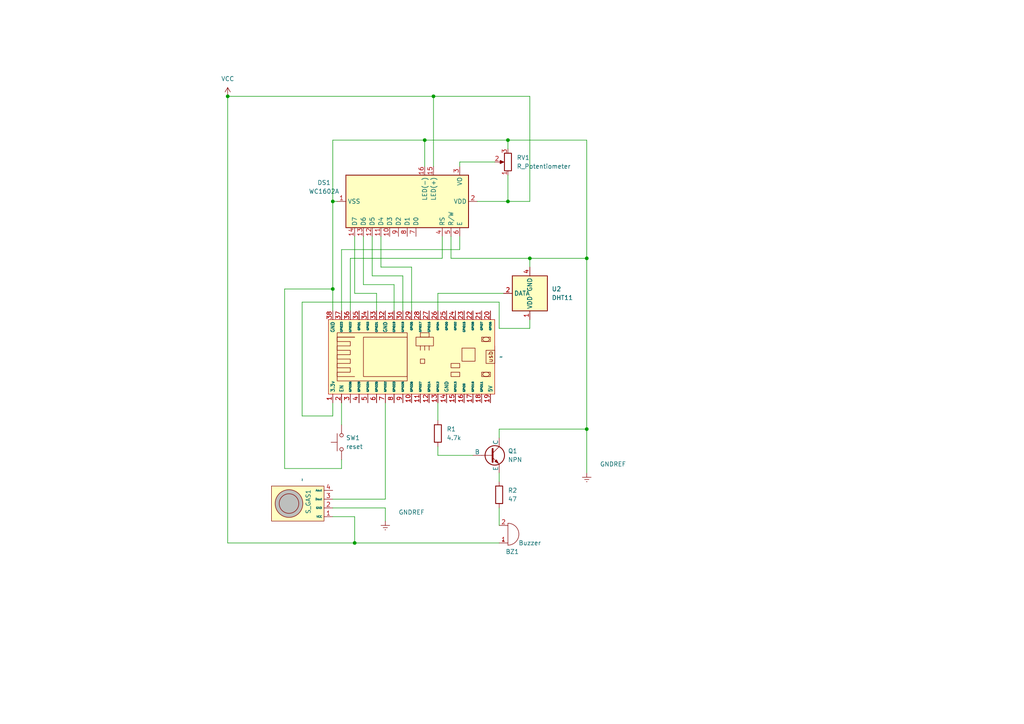
<source format=kicad_sch>
(kicad_sch (version 20250114) (generator "eeschema") (generator_version "9.0")
  (paper "A4")
  (lib_symbols
    (symbol "Device:Buzzer" (pin_names (offset 0.0254) (hide yes))
      (property "Reference" "BZ" (at 3.81 1.27 0))
      (property "Value" "Buzzer" (at 3.81 -1.27 0))
      (symbol "Buzzer_0_1"
        (polyline (pts (xy -1.651 1.905) (xy -1.143 1.905)))
        (polyline (pts (xy -1.397 2.159) (xy -1.397 1.651)))
        (arc (start 0 3.175) (mid 3.1612 0) (end 0 -3.175))
        (polyline (pts (xy 0 3.175) (xy 0 -3.175)))
      )
      (symbol "Buzzer_1_1"
        (pin passive line (at -2.54 2.54 0) (length 2.54) (name "+") (number "1"))
        (pin passive line (at -2.54 -2.54 0) (length 2.54) (name "-") (number "2"))
      )
    )
    (symbol "Device:R" (pin_numbers (hide yes)) (pin_names (offset 0))
      (property "Reference" "R" (at 2.032 0 90))
      (property "Value" "R" (at 0 0 90))
      (symbol "R_0_1"
        (rectangle (start -1.016 -2.54) (end 1.016 2.54) (stroke (width 0.254)))
      )
      (symbol "R_1_1"
        (pin passive line (at 0 3.81 270) (length 1.27) (name "~") (number "1"))
        (pin passive line (at 0 -3.81 90) (length 1.27) (name "~") (number "2"))
      )
    )
    (symbol "Device:R_Potentiometer" (pin_names (offset 1.016) (hide yes))
      (property "Reference" "RV" (at -4.445 0 90))
      (property "Value" "R_Potentiometer" (at -2.54 0 90))
      (symbol "R_Potentiometer_0_1"
        (rectangle (start 1.016 2.54) (end -1.016 -2.54) (stroke (width 0.254)))
        (polyline (pts (xy 1.143 0) (xy 2.286 0.508) (xy 2.286 -0.508) (xy 1.143 0)) (fill (type outline)))
        (polyline (pts (xy 2.54 0) (xy 1.524 0)))
      )
      (symbol "R_Potentiometer_1_1"
        (pin passive line (at 0 3.81 270) (length 1.27) (name "1") (number "1"))
        (pin passive line (at 0 -3.81 90) (length 1.27) (name "3") (number "3"))
        (pin passive line (at 3.81 0 180) (length 1.27) (name "2") (number "2"))
      )
    )
    (symbol "Display_Character:WC1602A"
      (property "Reference" "DS" (at -5.842 19.05 0))
      (property "Value" "WC1602A" (at 5.334 19.05 0))
      (symbol "WC1602A_1_1"
        (rectangle (start -7.62 17.78) (end 7.62 -17.78) (stroke (width 0.254)) (fill (type background)))
        (pin input line (at -10.16 15.24 0) (length 2.54) (name "E") (number "6"))
        (pin input line (at -10.16 12.7 0) (length 2.54) (name "R/W") (number "5"))
        (pin input line (at -10.16 10.16 0) (length 2.54) (name "RS") (number "4"))
        (pin input line (at -10.16 2.54 0) (length 2.54) (name "D0") (number "7"))
        (pin input line (at -10.16 0 0) (length 2.54) (name "D1") (number "8"))
        (pin input line (at -10.16 -2.54 0) (length 2.54) (name "D2") (number "9"))
        (pin input line (at -10.16 -5.08 0) (length 2.54) (name "D3") (number "10"))
        (pin input line (at -10.16 -7.62 0) (length 2.54) (name "D4") (number "11"))
        (pin input line (at -10.16 -10.16 0) (length 2.54) (name "D5") (number "12"))
        (pin input line (at -10.16 -12.7 0) (length 2.54) (name "D6") (number "13"))
        (pin input line (at -10.16 -15.24 0) (length 2.54) (name "D7") (number "14"))
        (pin power_in line (at 0 20.32 270) (length 2.54) (name "VDD") (number "2"))
        (pin power_in line (at 0 -20.32 90) (length 2.54) (name "VSS") (number "1"))
        (pin input line (at 10.16 15.24 180) (length 2.54) (name "VO") (number "3"))
        (pin power_in line (at 10.16 7.62 180) (length 2.54) (name "LED(+)") (number "15"))
        (pin power_in line (at 10.16 5.08 180) (length 2.54) (name "LED(-)") (number "16"))
      )
    )
    (symbol "Sensor:DHT11"
      (property "Reference" "U" (at -3.81 6.35 0))
      (property "Value" "DHT11" (at 3.81 6.35 0))
      (symbol "DHT11_0_1"
        (rectangle (start -5.08 5.08) (end 5.08 -5.08) (stroke (width 0.254)) (fill (type background)))
      )
      (symbol "DHT11_1_1"
        (pin no_connect line (at -5.08 0 0) (length 2.54) (hide yes) (name "NC") (number "3"))
        (pin power_in line (at 0 7.62 270) (length 2.54) (name "VDD") (number "1"))
        (pin power_in line (at 0 -7.62 90) (length 2.54) (name "GND") (number "4"))
        (pin bidirectional line (at 7.62 0 180) (length 2.54) (name "DATA") (number "2"))
      )
    )
    (symbol "Simulation_SPICE:NPN" (pin_numbers (hide yes)) (pin_names (offset 0))
      (property "Reference" "Q" (at -2.54 7.62 0))
      (property "Value" "NPN" (at -2.54 5.08 0))
      (symbol "NPN_0_1"
        (polyline (pts (xy -2.54 0) (xy 0.635 0)) (stroke (width 0.1524)))
        (polyline (pts (xy 0.635 1.905) (xy 0.635 -1.905) (xy 0.635 -1.905)) (stroke (width 0.508)))
        (polyline (pts (xy 0.635 0.635) (xy 2.54 2.54)))
        (polyline (pts (xy 0.635 -0.635) (xy 2.54 -2.54) (xy 2.54 -2.54)))
        (circle (center 1.27 0) (radius 2.8194) (stroke (width 0.254)))
        (polyline (pts (xy 1.27 -1.778) (xy 1.778 -1.27) (xy 2.286 -2.286) (xy 1.27 -1.778) (xy 1.27 -1.778)) (fill (type outline)))
        (polyline (pts (xy 2.794 -1.27) (xy 2.794 -1.27)) (stroke (width 0.1524)))
        (polyline (pts (xy 2.794 -1.27) (xy 2.794 -1.27)) (stroke (width 0.1524)))
      )
      (symbol "NPN_1_1"
        (pin input line (at -5.08 0 0) (length 2.54) (name "B") (number "2"))
        (pin open_collector line (at 2.54 5.08 270) (length 2.54) (name "C") (number "1"))
        (pin open_emitter line (at 2.54 -5.08 90) (length 2.54) (name "E") (number "3"))
      )
    )
    (symbol "Switch:SW_MEC_5G" (pin_numbers (hide yes)) (pin_names (offset 1.016) (hide yes))
      (property "Reference" "SW" (at 1.27 2.54 0))
      (property "Value" "SW_MEC_5G" (at 0 -1.524 0))
      (symbol "SW_MEC_5G_0_1"
        (circle (center -2.032 0) (radius 0.508))
        (polyline (pts (xy 0 1.27) (xy 0 3.048)))
        (circle (center 2.032 0) (radius 0.508))
        (polyline (pts (xy 2.54 1.27) (xy -2.54 1.27)))
        (pin passive line (at -5.08 0 0) (length 2.54) (name "A") (number "1"))
        (pin passive line (at 5.08 0 180) (length 2.54) (name "B") (number "3"))
      )
      (symbol "SW_MEC_5G_1_1"
        (pin passive line (at -5.08 0 0) (length 2.54) (hide yes) (name "A") (number "2"))
        (pin passive line (at 5.08 0 180) (length 2.54) (hide yes) (name "B") (number "4"))
      )
    )
    (symbol "esp32_38pin:esp32_38pin"
      (symbol "esp32_38pin_0_1"
        (polyline (pts (xy -30.48 13.97) (xy -30.48 19.05) (xy -29.21 19.05) (xy -29.21 15.24) (xy -27.94 15.24) (xy -27.94 19.05) (xy -26.67 19.05) (xy -26.67 15.24) (xy -25.4 15.24) (xy -25.4 19.05) (xy -24.13 19.05) (xy -24.13 15.24) (xy -22.86 15.24) (xy -22.86 19.05) (xy -21.59 19.05) (xy -21.59 15.24) (xy -20.32 15.24) (xy -20.32 19.05) (xy -19.05 19.05) (xy -19.05 13.97)))
        (rectangle (start -30.48 11.43) (end -19.05 -1.27))
        (rectangle (start -30.48 -13.97) (end -29.21 -16.51))
        (rectangle (start -30.48 -22.86) (end -29.21 -25.4))
        (bezier (pts (xy -30.48 -24.13) (xy -30.48 -22.86) (xy -29.21 -22.86) (xy -29.21 -24.13)))
        (bezier (pts (xy -29.21 0) (xy -29.21 0) (xy -29.21 0) (xy -29.21 0)))
        (bezier (pts (xy -29.21 0) (xy -29.21 0) (xy -29.21 0) (xy -29.21 0)))
        (bezier (pts (xy -29.21 -24.13) (xy -29.21 -25.4) (xy -30.48 -25.4) (xy -30.48 -24.13)))
        (rectangle (start -27.94 -13.97) (end -26.67 -16.51))
        (rectangle (start -26.67 -5.08) (end -25.4 -6.35))
        (rectangle (start -26.67 -26.67) (end -21.59 -26.67))
        (rectangle (start -26.035 -17.145) (end -22.225 -20.955))
        (rectangle (start -22.86 -5.08) (end -21.59 -5.08))
        (rectangle (start -22.86 -6.35) (end -21.59 -6.35))
        (rectangle (start -22.86 -7.62) (end -21.59 -7.62))
        (rectangle (start -21.59 -8.89) (end -19.05 -3.81))
        (rectangle (start -20.32 -22.86) (end -19.05 -25.4))
        (bezier (pts (xy -20.32 -24.13) (xy -20.32 -22.86) (xy -19.05 -22.86) (xy -19.05 -24.13)))
        (polyline (pts (xy -19.05 13.97) (xy -19.05 19.05)))
        (rectangle (start -19.05 -5.08) (end -17.78 -7.62))
        (bezier (pts (xy -19.05 -24.13) (xy -19.05 -25.4) (xy -20.32 -25.4) (xy -20.32 -24.13)))
        (rectangle (start -17.78 -1.27) (end -31.75 19.05))
      )
      (symbol "esp32_38pin_1_1"
        (rectangle (start -35.56 21.59) (end -13.97 -26.67) (stroke (width 0) (color 180 0 3 1)) (fill (type background)))
        (text_box "usb" (at -26.67 -24.13 0) (size 3.81 -2.54) (margins 1.016 1.016 1.016 1.016) (effects (font (size 1.27 1.27))))
        (pin output line (at -38.1 20.32 0) (length 2.54) (name "3.3v") (number "1"))
        (pin input line (at -38.1 17.78 0) (length 2.54) (name "EN") (number "2"))
        (pin bidirectional line (at -38.1 15.24 0) (length 2.54) (name "GPIO36") (number "3"))
        (pin bidirectional line (at -38.1 12.7 0) (length 2.54) (name "GPIO39") (number "4"))
        (pin bidirectional line (at -38.1 10.16 0) (length 2.54) (name "GPIO34") (number "5"))
        (pin bidirectional line (at -38.1 7.62 0) (length 2.54) (name "GPIO35") (number "6"))
        (pin bidirectional line (at -38.1 5.08 0) (length 2.54) (name "GPIO32") (number "7"))
        (pin bidirectional line (at -38.1 2.54 0) (length 2.54) (name "GPIO33") (number "8"))
        (pin bidirectional line (at -38.1 0 0) (length 2.54) (name "GPIO25") (number "9"))
        (pin bidirectional line (at -38.1 -2.54 0) (length 2.54) (name "GPIO26") (number "10"))
        (pin bidirectional line (at -38.1 -5.08 0) (length 2.54) (name "GPIO27") (number "11"))
        (pin bidirectional line (at -38.1 -7.62 0) (length 2.54) (name "GPIO14") (number "12"))
        (pin bidirectional line (at -38.1 -10.16 0) (length 2.54) (name "GPIO12") (number "13"))
        (pin bidirectional line (at -38.1 -12.7 0) (length 2.54) (name "GND") (number "14"))
        (pin bidirectional line (at -38.1 -15.24 0) (length 2.54) (name "GPIO13") (number "15"))
        (pin bidirectional line (at -38.1 -17.78 0) (length 2.54) (name "GPIO9") (number "16"))
        (pin bidirectional line (at -38.1 -20.32 0) (length 2.54) (name "GPIO10") (number "17"))
        (pin bidirectional line (at -38.1 -22.86 0) (length 2.54) (name "GPIO11") (number "18"))
        (pin input line (at -38.1 -25.4 0) (length 2.54) (name "5V") (number "19"))
        (pin bidirectional line (at -11.43 20.32 180) (length 2.54) (name "GND") (number "38"))
        (pin bidirectional line (at -11.43 17.78 180) (length 2.54) (name "GPIO23") (number "37"))
        (pin bidirectional line (at -11.43 15.24 180) (length 2.54) (name "GPIO22") (number "36"))
        (pin bidirectional line (at -11.43 12.7 180) (length 2.54) (name "GPIO1") (number "35"))
        (pin bidirectional line (at -11.43 10.16 180) (length 2.54) (name "GPIO3") (number "34"))
        (pin bidirectional line (at -11.43 7.62 180) (length 2.54) (name "GPIO21") (number "33"))
        (pin bidirectional line (at -11.43 5.08 180) (length 2.54) (name "GND") (number "32"))
        (pin bidirectional line (at -11.43 2.54 180) (length 2.54) (name "GPIO19") (number "31"))
        (pin bidirectional line (at -11.43 0 180) (length 2.54) (name "GPIO18") (number "30"))
        (pin bidirectional line (at -11.43 -2.54 180) (length 2.54) (name "GPIO5") (number "29"))
        (pin bidirectional line (at -11.43 -5.08 180) (length 2.54) (name "GPIO17") (number "28"))
        (pin bidirectional line (at -11.43 -7.62 180) (length 2.54) (name "GPIO16") (number "27"))
        (pin bidirectional line (at -11.43 -10.16 180) (length 2.54) (name "GPIO4") (number "26"))
        (pin bidirectional line (at -11.43 -12.7 180) (length 2.54) (name "GPIO0") (number "25"))
        (pin bidirectional line (at -11.43 -15.24 180) (length 2.54) (name "GPIO2") (number "24"))
        (pin bidirectional line (at -11.43 -17.78 180) (length 2.54) (name "GPIO15") (number "23"))
        (pin bidirectional line (at -11.43 -20.32 180) (length 2.54) (name "GPIO8") (number "22"))
        (pin bidirectional line (at -11.43 -22.86 180) (length 2.54) (name "GPIO7") (number "21"))
        (pin bidirectional line (at -11.43 -25.4 180) (length 2.54) (name "GPIO6") (number "20"))
      )
    )
    (symbol "mislib:modulo_sensor_gas_MQ-2"
      (property "Reference" "S_GAS" (at 0 3.556 0))
      (symbol "modulo_sensor_gas_MQ-2_1_1"
        (rectangle (start -5.08 13.97) (end 5.08 -1.27) (fill (type background)))
        (circle (center 0 8.89) (radius 2.8398) (fill (type color) (color 217 230 222 1)))
        (circle (center 0 8.89) (radius 4.0161) (fill (type color) (color 189 191 189 1)))
        (pin input line (at -3.81 -3.81 90) (length 2.54) (name "VCC") (number "1"))
        (pin input line (at -1.27 -3.81 90) (length 2.54) (name "GND") (number "2"))
        (pin output line (at 1.27 -3.81 90) (length 2.54) (name "Dout") (number "3"))
        (pin output line (at 3.81 -3.81 90) (length 2.54) (name "Aout") (number "4"))
      )
    )
    (symbol "power:GNDREF" (power) (pin_numbers (hide yes)) (pin_names (offset 0) (hide yes))
      (property "Value" "GNDREF" (at 0 -3.81 0))
      (symbol "GNDREF_0_1"
        (polyline (pts (xy -0.635 -1.905) (xy 0.635 -1.905)))
        (polyline (pts (xy -0.127 -2.54) (xy 0.127 -2.54)))
        (polyline (pts (xy 0 -1.27) (xy 0 0)))
        (polyline (pts (xy 1.27 -1.27) (xy -1.27 -1.27)))
      )
      (symbol "GNDREF_1_1"
        (pin power_in line (at 0 0 270) (length 0) (name "~") (number "1"))
      )
    )
    (symbol "power:VCC" (power) (pin_numbers (hide yes)) (pin_names (offset 0) (hide yes))
      (property "Value" "VCC" (at 0 3.556 0))
      (symbol "VCC_0_1"
        (polyline (pts (xy -0.762 1.27) (xy 0 2.54)))
        (polyline (pts (xy 0 2.54) (xy 0.762 1.27)))
        (polyline (pts (xy 0 0) (xy 0 2.54)))
      )
      (symbol "VCC_1_1"
        (pin power_in line (at 0 0 90) (length 0) (name "~") (number "1"))
      )
    )
  )
  (junction (at 153.67 74.93))
  (junction (at 170.18 74.93))
  (junction (at 66.04 27.94))
  (junction (at 123.19 40.64))
  (junction (at 96.52 83.82))
  (junction (at 147.32 58.42))
  (junction (at 125.73 27.94))
  (junction (at 170.18 124.46))
  (junction (at 96.52 58.42))
  (junction (at 102.87 157.48))
  (junction (at 147.32 40.64))
  (wire (pts (xy 109.22 85.09) (xy 109.22 90.17)))
  (wire (pts (xy 96.52 147.32) (xy 111.76 147.32)))
  (wire (pts (xy 105.41 82.55) (xy 105.41 68.58)))
  (wire (pts (xy 123.19 40.64) (xy 147.32 40.64)))
  (wire (pts (xy 127 85.09) (xy 127 90.17)))
  (wire (pts (xy 96.52 40.64) (xy 123.19 40.64)))
  (wire (pts (xy 110.49 77.47) (xy 119.38 77.47)))
  (wire (pts (xy 170.18 124.46) (xy 170.18 137.16)))
  (wire (pts (xy 111.76 116.84) (xy 111.76 144.78)))
  (wire (pts (xy 144.78 95.25) (xy 144.78 87.63)))
  (wire (pts (xy 144.78 87.63) (xy 87.63 87.63)))
  (wire (pts (xy 133.35 46.99) (xy 143.51 46.99)))
  (wire (pts (xy 153.67 58.42) (xy 153.67 27.94)))
  (wire (pts (xy 153.67 27.94) (xy 125.73 27.94)))
  (wire (pts (xy 97.79 58.42) (xy 96.52 58.42)))
  (wire (pts (xy 144.78 124.46) (xy 170.18 124.46)))
  (wire (pts (xy 116.84 90.17) (xy 116.84 80.01)))
  (wire (pts (xy 107.95 68.58) (xy 107.95 80.01)))
  (wire (pts (xy 102.87 85.09) (xy 109.22 85.09)))
  (wire (pts (xy 114.3 82.55) (xy 105.41 82.55)))
  (wire (pts (xy 125.73 27.94) (xy 66.04 27.94)))
  (wire (pts (xy 147.32 40.64) (xy 170.18 40.64)))
  (wire (pts (xy 147.32 40.64) (xy 147.32 43.18)))
  (wire (pts (xy 99.06 116.84) (xy 99.06 123.19)))
  (wire (pts (xy 144.78 137.16) (xy 144.78 139.7)))
  (wire (pts (xy 128.27 74.93) (xy 101.6 74.93)))
  (wire (pts (xy 102.87 157.48) (xy 66.04 157.48)))
  (wire (pts (xy 111.76 144.78) (xy 96.52 144.78)))
  (wire (pts (xy 133.35 72.39) (xy 99.06 72.39)))
  (wire (pts (xy 128.27 68.58) (xy 128.27 74.93)))
  (wire (pts (xy 130.81 74.93) (xy 153.67 74.93)))
  (wire (pts (xy 127 132.08) (xy 137.16 132.08)))
  (wire (pts (xy 144.78 157.48) (xy 102.87 157.48)))
  (wire (pts (xy 144.78 95.25) (xy 153.67 95.25)))
  (wire (pts (xy 123.19 40.64) (xy 123.19 48.26)))
  (wire (pts (xy 111.76 147.32) (xy 111.76 151.13)))
  (wire (pts (xy 153.67 95.25) (xy 153.67 92.71)))
  (wire (pts (xy 96.52 58.42) (xy 96.52 40.64)))
  (wire (pts (xy 110.49 68.58) (xy 110.49 77.47)))
  (wire (pts (xy 170.18 74.93) (xy 170.18 124.46)))
  (wire (pts (xy 138.43 58.42) (xy 147.32 58.42)))
  (wire (pts (xy 125.73 48.26) (xy 125.73 27.94)))
  (wire (pts (xy 101.6 74.93) (xy 101.6 90.17)))
  (wire (pts (xy 99.06 72.39) (xy 99.06 90.17)))
  (wire (pts (xy 96.52 83.82) (xy 96.52 90.17)))
  (wire (pts (xy 96.52 149.86) (xy 102.87 149.86)))
  (wire (pts (xy 96.52 120.65) (xy 96.52 116.84)))
  (wire (pts (xy 153.67 74.93) (xy 153.67 77.47)))
  (wire (pts (xy 133.35 68.58) (xy 133.35 72.39)))
  (wire (pts (xy 116.84 80.01) (xy 107.95 80.01)))
  (wire (pts (xy 96.52 58.42) (xy 96.52 83.82)))
  (wire (pts (xy 102.87 149.86) (xy 102.87 157.48)))
  (wire (pts (xy 127 129.54) (xy 127 132.08)))
  (wire (pts (xy 87.63 120.65) (xy 96.52 120.65)))
  (wire (pts (xy 133.35 46.99) (xy 133.35 48.26)))
  (wire (pts (xy 130.81 68.58) (xy 130.81 74.93)))
  (wire (pts (xy 82.55 135.89) (xy 82.55 83.82)))
  (wire (pts (xy 99.06 135.89) (xy 82.55 135.89)))
  (wire (pts (xy 66.04 157.48) (xy 66.04 27.94)))
  (wire (pts (xy 144.78 127) (xy 144.78 124.46)))
  (wire (pts (xy 146.05 85.09) (xy 127 85.09)))
  (wire (pts (xy 87.63 87.63) (xy 87.63 120.65)))
  (wire (pts (xy 82.55 83.82) (xy 96.52 83.82)))
  (wire (pts (xy 170.18 40.64) (xy 170.18 74.93)))
  (wire (pts (xy 153.67 74.93) (xy 170.18 74.93)))
  (wire (pts (xy 99.06 133.35) (xy 99.06 135.89)))
  (wire (pts (xy 144.78 147.32) (xy 144.78 152.4)))
  (wire (pts (xy 102.87 68.58) (xy 102.87 85.09)))
  (wire (pts (xy 119.38 77.47) (xy 119.38 90.17)))
  (wire (pts (xy 147.32 58.42) (xy 153.67 58.42)))
  (wire (pts (xy 114.3 90.17) (xy 114.3 82.55)))
  (wire (pts (xy 147.32 50.8) (xy 147.32 58.42)))
  (wire (pts (xy 127 116.84) (xy 127 121.92)))
  (symbol (lib_id "power:VCC") (at 66.04 27.94 0) (unit 1)
    (property "Reference" "#PWR01" (effects (hide yes)))
    (property "Value" "VCC" (at 66.04 22.86 0))
    (property "Description" "Power symbol creates a global label with name \"VCC\"" (effects (hide yes)))
  )
  (symbol (lib_id "Device:Buzzer") (at 147.32 154.94 0) (mirror x) (unit 1)
    (property "Reference" "BZ1" (at 148.59 160.02 0))
    (property "Value" "Buzzer" (at 153.67 157.48 0))
    (property "Description" "Buzzer, polarized" (effects (hide yes)))
  )
  (symbol (lib_id "Sensor:DHT11") (at 153.67 85.09 180) (unit 1)
    (property "Reference" "U2" (at 160.02 83.8199 0) (effects (justify right)))
    (property "Value" "DHT11" (at 160.02 86.3599 0) (effects (justify right)))
    (property "Footprint" "Sensor:Aosong_DHT11_5.5x12.0_P2.54mm" (effects (hide yes)))
    (property "Datasheet" "http://akizukidenshi.com/download/ds/aosong/DHT11.pdf" (effects (hide yes)))
    (property "Description" "3.3V to 5.5V, temperature and humidity module, DHT11" (effects (hide yes)))
  )
  (symbol (lib_id "mislib:modulo_sensor_gas_MQ-2") (at 92.71 146.05 90) (unit 1)
    (property "Reference" "S_GAS1" (at 89.408 149.098 0) (effects (justify left)))
    (property "Value" "~" (at 87.63 139.7 0) (effects (justify left)))
  )
  (symbol (lib_id "power:GNDREF") (at 111.76 151.13 0) (unit 1)
    (property "Reference" "#PWR03" (effects (hide yes)))
    (property "Value" "GNDREF" (at 119.38 148.59 0))
    (property "Description" "Power symbol creates a global label with name \"GNDREF\" , reference supply ground" (effects (hide yes)))
  )
  (symbol (lib_id "Device:R") (at 127 125.73 0) (unit 1)
    (property "Reference" "R1" (at 129.54 124.4599 0) (effects (justify left)))
    (property "Value" "4.7k" (at 129.54 126.9999 0) (effects (justify left)))
    (property "Description" "Resistor" (effects (hide yes)))
  )
  (symbol (lib_id "Switch:SW_MEC_5G") (at 99.06 128.27 90) (unit 1)
    (property "Reference" "SW1" (at 100.33 126.9999 90) (effects (justify right)))
    (property "Value" "reset" (at 100.33 129.5399 90) (effects (justify right)))
    (property "Datasheet" "http://www.apem.com/int/index.php?controller=attachment&id_attachment=488" (effects (hide yes)))
    (property "Description" "MEC 5G single pole normally-open tactile switch" (effects (hide yes)))
  )
  (symbol (lib_id "power:GNDREF") (at 170.18 137.16 0) (unit 1)
    (property "Reference" "#PWR02" (effects (hide yes)))
    (property "Value" "GNDREF" (at 177.8 134.62 0))
    (property "Description" "Power symbol creates a global label with name \"GNDREF\" , reference supply ground" (effects (hide yes)))
  )
  (symbol (lib_id "Device:R") (at 144.78 143.51 0) (unit 1)
    (property "Reference" "R2" (at 147.32 142.2399 0) (effects (justify left)))
    (property "Value" "47" (at 147.32 144.7799 0) (effects (justify left)))
    (property "Description" "Resistor" (effects (hide yes)))
  )
  (symbol (lib_id "Simulation_SPICE:NPN") (at 142.24 132.08 0) (unit 1)
    (property "Reference" "Q1" (at 147.32 130.8099 0) (effects (justify left)))
    (property "Value" "NPN" (at 147.32 133.3499 0) (effects (justify left)))
    (property "Datasheet" "https://ngspice.sourceforge.io/docs/ngspice-html-manual/manual.xhtml#cha_BJTs" (effects (hide yes)))
    (property "Description" "Bipolar transistor symbol for simulation only, substrate tied to the emitter" (effects (hide yes)))
    (property "Sim.Device" "NPN" (effects (hide yes)))
    (property "Sim.Type" "GUMMELPOON" (effects (hide yes)))
    (property "Sim.Pins" "1=C 2=B 3=E" (effects (hide yes)))
  )
  (symbol (lib_id "esp32_38pin:esp32_38pin") (at 116.84 78.74 90) (unit 1)
    (property "Reference" "U1" (effects (hide yes)))
    (property "Value" "~" (at 144.78 103.505 90) (effects (justify right)))
  )
  (symbol (lib_id "Display_Character:WC1602A") (at 118.11 58.42 270) (mirror x) (unit 1)
    (property "Reference" "DS1" (at 93.98 52.9746 90))
    (property "Value" "WC1602A" (at 93.98 55.5146 90))
    (property "Footprint" "Display:WC1602A" (effects (hide yes)))
    (property "Datasheet" "http://www.wincomlcd.com/pdf/WC1602A-SFYLYHTC06.pdf" (effects (hide yes)))
    (property "Description" "LCD 16x2 Alphanumeric , 8 bit parallel bus, 5V VDD" (effects (hide yes)))
  )
  (symbol (lib_id "Device:R_Potentiometer") (at 147.32 46.99 180) (unit 1)
    (property "Reference" "RV1" (at 149.86 45.7199 0) (effects (justify right)))
    (property "Value" "R_Potentiometer" (at 149.86 48.2599 0) (effects (justify right)))
    (property "Description" "Potentiometer" (effects (hide yes)))
  )
)
</source>
